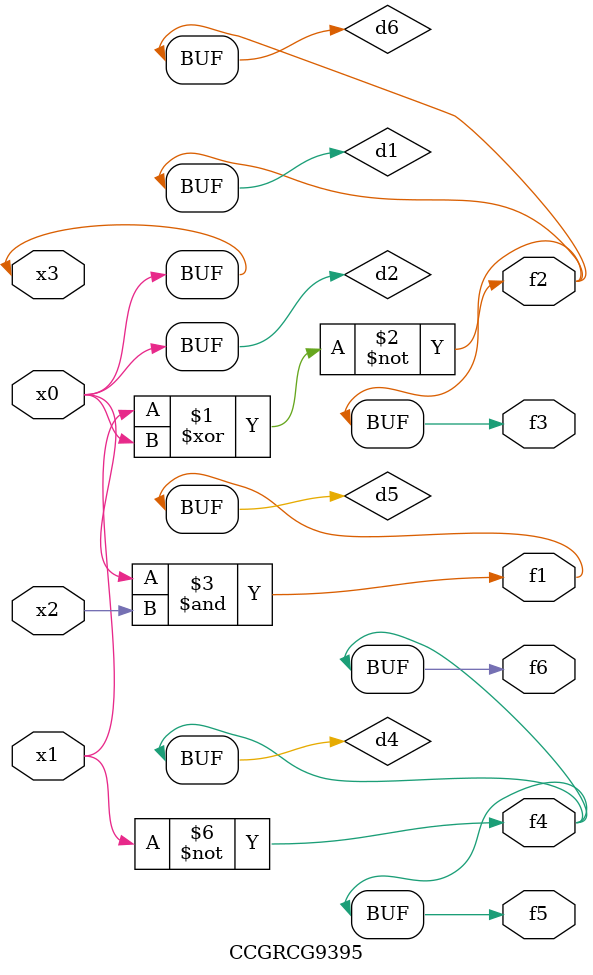
<source format=v>
module CCGRCG9395(
	input x0, x1, x2, x3,
	output f1, f2, f3, f4, f5, f6
);

	wire d1, d2, d3, d4, d5, d6;

	xnor (d1, x1, x3);
	buf (d2, x0, x3);
	nand (d3, x0, x2);
	not (d4, x1);
	nand (d5, d3);
	or (d6, d1);
	assign f1 = d5;
	assign f2 = d6;
	assign f3 = d6;
	assign f4 = d4;
	assign f5 = d4;
	assign f6 = d4;
endmodule

</source>
